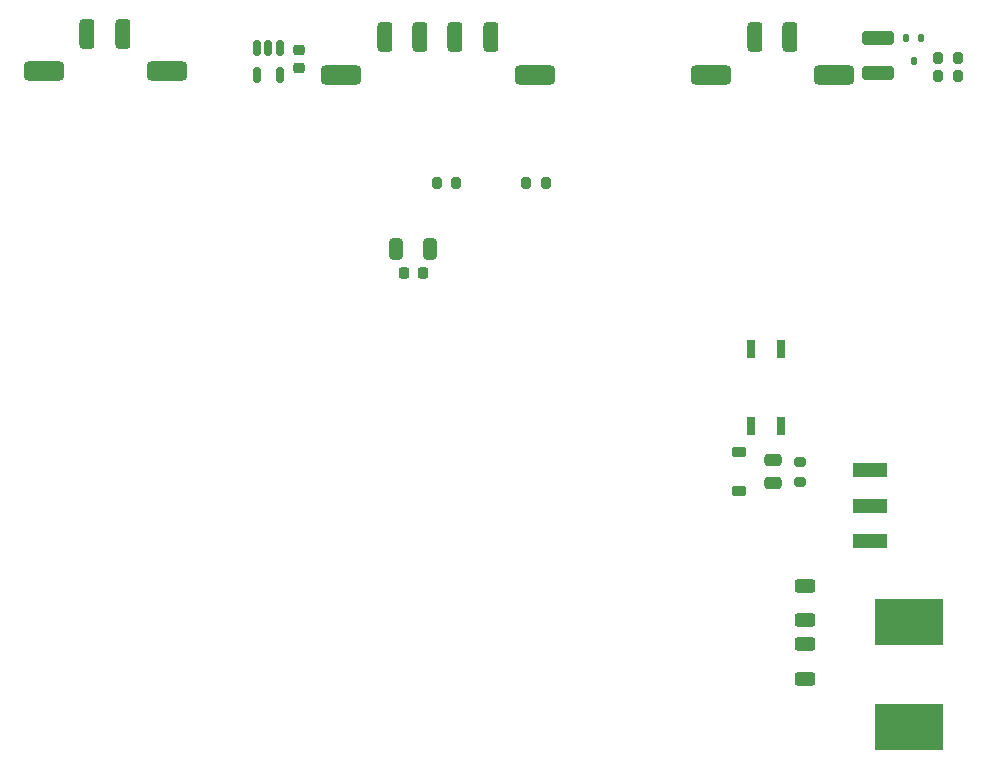
<source format=gbr>
%TF.GenerationSoftware,KiCad,Pcbnew,9.0.0*%
%TF.CreationDate,2025-05-02T12:02:38+02:00*%
%TF.ProjectId,TDK_DCDC_pcb,54444b5f-4443-4444-935f-7063622e6b69,rev?*%
%TF.SameCoordinates,Original*%
%TF.FileFunction,Paste,Top*%
%TF.FilePolarity,Positive*%
%FSLAX46Y46*%
G04 Gerber Fmt 4.6, Leading zero omitted, Abs format (unit mm)*
G04 Created by KiCad (PCBNEW 9.0.0) date 2025-05-02 12:02:38*
%MOMM*%
%LPD*%
G01*
G04 APERTURE LIST*
G04 Aperture macros list*
%AMRoundRect*
0 Rectangle with rounded corners*
0 $1 Rounding radius*
0 $2 $3 $4 $5 $6 $7 $8 $9 X,Y pos of 4 corners*
0 Add a 4 corners polygon primitive as box body*
4,1,4,$2,$3,$4,$5,$6,$7,$8,$9,$2,$3,0*
0 Add four circle primitives for the rounded corners*
1,1,$1+$1,$2,$3*
1,1,$1+$1,$4,$5*
1,1,$1+$1,$6,$7*
1,1,$1+$1,$8,$9*
0 Add four rect primitives between the rounded corners*
20,1,$1+$1,$2,$3,$4,$5,0*
20,1,$1+$1,$4,$5,$6,$7,0*
20,1,$1+$1,$6,$7,$8,$9,0*
20,1,$1+$1,$8,$9,$2,$3,0*%
G04 Aperture macros list end*
%ADD10RoundRect,0.250000X-1.100000X0.325000X-1.100000X-0.325000X1.100000X-0.325000X1.100000X0.325000X0*%
%ADD11RoundRect,0.200000X-0.200000X-0.275000X0.200000X-0.275000X0.200000X0.275000X-0.200000X0.275000X0*%
%ADD12RoundRect,0.250000X-0.475000X0.250000X-0.475000X-0.250000X0.475000X-0.250000X0.475000X0.250000X0*%
%ADD13RoundRect,0.317500X-0.317500X-0.952500X0.317500X-0.952500X0.317500X0.952500X-0.317500X0.952500X0*%
%ADD14RoundRect,0.412500X-1.302500X-0.412500X1.302500X-0.412500X1.302500X0.412500X-1.302500X0.412500X0*%
%ADD15R,5.800000X4.000000*%
%ADD16RoundRect,0.250000X0.325000X0.650000X-0.325000X0.650000X-0.325000X-0.650000X0.325000X-0.650000X0*%
%ADD17RoundRect,0.225000X0.225000X0.250000X-0.225000X0.250000X-0.225000X-0.250000X0.225000X-0.250000X0*%
%ADD18RoundRect,0.112500X0.112500X0.237500X-0.112500X0.237500X-0.112500X-0.237500X0.112500X-0.237500X0*%
%ADD19R,2.920000X1.270000*%
%ADD20RoundRect,0.250000X0.625000X-0.312500X0.625000X0.312500X-0.625000X0.312500X-0.625000X-0.312500X0*%
%ADD21R,0.700000X1.550000*%
%ADD22RoundRect,0.200000X-0.275000X0.200000X-0.275000X-0.200000X0.275000X-0.200000X0.275000X0.200000X0*%
%ADD23RoundRect,0.225000X0.250000X-0.225000X0.250000X0.225000X-0.250000X0.225000X-0.250000X-0.225000X0*%
%ADD24RoundRect,0.150000X-0.150000X0.512500X-0.150000X-0.512500X0.150000X-0.512500X0.150000X0.512500X0*%
%ADD25RoundRect,0.225000X-0.375000X0.225000X-0.375000X-0.225000X0.375000X-0.225000X0.375000X0.225000X0*%
G04 APERTURE END LIST*
D10*
%TO.C,C7*%
X178850000Y-63104999D03*
X178850000Y-66055001D03*
%TD*%
D11*
%TO.C,R3*%
X183975000Y-64800000D03*
X185625000Y-64800000D03*
%TD*%
D12*
%TO.C,C13*%
X169984939Y-98880664D03*
X169984939Y-100780662D03*
%TD*%
D13*
%TO.C,J1*%
X171440000Y-63010000D03*
X168440000Y-63010000D03*
D14*
X164740000Y-66210000D03*
X175140000Y-66210000D03*
%TD*%
D15*
%TO.C,F3*%
X181500000Y-112550000D03*
X181500000Y-121450000D03*
%TD*%
D16*
%TO.C,C4*%
X140975001Y-81000000D03*
X138024999Y-81000000D03*
%TD*%
D11*
%TO.C,R5*%
X149075000Y-75357500D03*
X150725000Y-75357500D03*
%TD*%
D17*
%TO.C,C5*%
X140300000Y-82984177D03*
X138750000Y-82984177D03*
%TD*%
D13*
%TO.C,J3*%
X114930000Y-62730000D03*
X111930000Y-62730000D03*
D14*
X108230000Y-65930000D03*
X118630000Y-65930000D03*
%TD*%
D18*
%TO.C,D4*%
X182540000Y-63090000D03*
X181240000Y-63090000D03*
X181890000Y-65090000D03*
%TD*%
D19*
%TO.C,HV_in1*%
X178165000Y-102710000D03*
X178165000Y-99710000D03*
X178165000Y-105710000D03*
%TD*%
D20*
%TO.C,R9*%
X172675000Y-117350000D03*
X172675000Y-114425000D03*
%TD*%
D21*
%TO.C,U2*%
X170620000Y-89450000D03*
X168080000Y-89450000D03*
X168080000Y-95950000D03*
X170620000Y-95950000D03*
%TD*%
D11*
%TO.C,R6*%
X141485000Y-75400000D03*
X143135000Y-75400000D03*
%TD*%
D22*
%TO.C,R11*%
X172224939Y-99010662D03*
X172224939Y-100660662D03*
%TD*%
D13*
%TO.C,J2*%
X146090000Y-63000000D03*
X143090000Y-63000000D03*
X140090000Y-63000000D03*
X137090000Y-63000000D03*
D14*
X133390000Y-66200000D03*
X149790000Y-66200000D03*
%TD*%
D11*
%TO.C,R1*%
X183980000Y-66340000D03*
X185630000Y-66340000D03*
%TD*%
D23*
%TO.C,C12*%
X129850000Y-65675000D03*
X129850000Y-64125000D03*
%TD*%
D20*
%TO.C,R10*%
X172675000Y-112400000D03*
X172675000Y-109475000D03*
%TD*%
D24*
%TO.C,U4*%
X128199999Y-63992500D03*
X127250000Y-63992500D03*
X126300001Y-63992500D03*
X126300001Y-66267500D03*
X128199999Y-66267500D03*
%TD*%
D25*
%TO.C,D3*%
X167074939Y-98170664D03*
X167074939Y-101470664D03*
%TD*%
M02*

</source>
